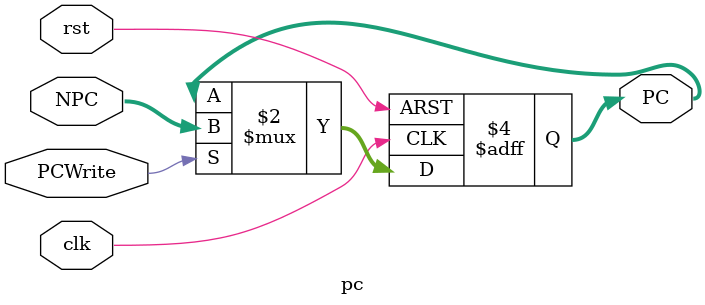
<source format=v>
module pc (clk, rst, PCWrite, PC, NPC);

    input clk;
    input rst;
    input PCWrite;

    input [31:0] NPC;
    
    output reg[31:0] PC;

    always @(posedge clk or posedge rst) 
    begin
      if(rst)
          PC <= 32'h0000_3000;
      else if(PCWrite)
          PC <= NPC;
    end

    // initial
    //     begin
    //       $display("cp");
    //     end
endmodule //pc
</source>
